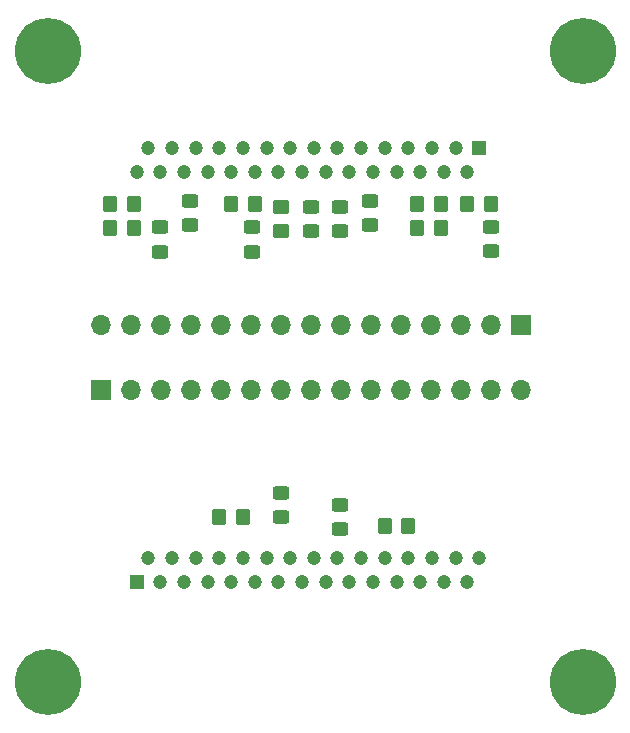
<source format=gbr>
%TF.GenerationSoftware,KiCad,Pcbnew,8.0.9-8.0.9-0~ubuntu20.04.1*%
%TF.CreationDate,2025-08-05T19:54:57+10:00*%
%TF.ProjectId,glowforge-psu-breakout,676c6f77-666f-4726-9765-2d7073752d62,rev?*%
%TF.SameCoordinates,Original*%
%TF.FileFunction,Soldermask,Top*%
%TF.FilePolarity,Negative*%
%FSLAX46Y46*%
G04 Gerber Fmt 4.6, Leading zero omitted, Abs format (unit mm)*
G04 Created by KiCad (PCBNEW 8.0.9-8.0.9-0~ubuntu20.04.1) date 2025-08-05 19:54:57*
%MOMM*%
%LPD*%
G01*
G04 APERTURE LIST*
G04 Aperture macros list*
%AMRoundRect*
0 Rectangle with rounded corners*
0 $1 Rounding radius*
0 $2 $3 $4 $5 $6 $7 $8 $9 X,Y pos of 4 corners*
0 Add a 4 corners polygon primitive as box body*
4,1,4,$2,$3,$4,$5,$6,$7,$8,$9,$2,$3,0*
0 Add four circle primitives for the rounded corners*
1,1,$1+$1,$2,$3*
1,1,$1+$1,$4,$5*
1,1,$1+$1,$6,$7*
1,1,$1+$1,$8,$9*
0 Add four rect primitives between the rounded corners*
20,1,$1+$1,$2,$3,$4,$5,0*
20,1,$1+$1,$4,$5,$6,$7,0*
20,1,$1+$1,$6,$7,$8,$9,0*
20,1,$1+$1,$8,$9,$2,$3,0*%
G04 Aperture macros list end*
%ADD10R,1.700000X1.700000*%
%ADD11O,1.700000X1.700000*%
%ADD12RoundRect,0.250000X-0.350000X-0.450000X0.350000X-0.450000X0.350000X0.450000X-0.350000X0.450000X0*%
%ADD13C,3.600000*%
%ADD14C,5.600000*%
%ADD15RoundRect,0.250000X0.450000X-0.350000X0.450000X0.350000X-0.450000X0.350000X-0.450000X-0.350000X0*%
%ADD16R,1.200000X1.200000*%
%ADD17C,1.200000*%
%ADD18RoundRect,0.250000X-0.450000X0.325000X-0.450000X-0.325000X0.450000X-0.325000X0.450000X0.325000X0*%
%ADD19RoundRect,0.250000X0.350000X0.450000X-0.350000X0.450000X-0.350000X-0.450000X0.350000X-0.450000X0*%
%ADD20RoundRect,0.250000X0.450000X-0.325000X0.450000X0.325000X-0.450000X0.325000X-0.450000X-0.325000X0*%
G04 APERTURE END LIST*
D10*
%TO.C,J2*%
X178540000Y-90750000D03*
D11*
X176000000Y-90750000D03*
X173460000Y-90750000D03*
X170920000Y-90750000D03*
X168380000Y-90750000D03*
X165840000Y-90750000D03*
X163300000Y-90750000D03*
X160760000Y-90750000D03*
X158220000Y-90750000D03*
X155680000Y-90750000D03*
X153140000Y-90750000D03*
X150600000Y-90750000D03*
X148060000Y-90750000D03*
X145520000Y-90750000D03*
X142980000Y-90750000D03*
%TD*%
D10*
%TO.C,J3*%
X142940000Y-96250000D03*
D11*
X145480000Y-96250000D03*
X148020000Y-96250000D03*
X150560000Y-96250000D03*
X153100000Y-96250000D03*
X155640000Y-96250000D03*
X158180000Y-96250000D03*
X160720000Y-96250000D03*
X163260000Y-96250000D03*
X165800000Y-96250000D03*
X168340000Y-96250000D03*
X170880000Y-96250000D03*
X173420000Y-96250000D03*
X175960000Y-96250000D03*
X178500000Y-96250000D03*
%TD*%
D12*
%TO.C,R9*%
X167000000Y-107750000D03*
X169000000Y-107750000D03*
%TD*%
D13*
%TO.C,H3*%
X138500000Y-121000000D03*
D14*
X138500000Y-121000000D03*
%TD*%
D15*
%TO.C,R6*%
X158250000Y-82750000D03*
X158250000Y-80750000D03*
%TD*%
D12*
%TO.C,R8*%
X169750000Y-82500000D03*
X171750000Y-82500000D03*
%TD*%
D13*
%TO.C,H4*%
X183750000Y-121000000D03*
D14*
X183750000Y-121000000D03*
%TD*%
D16*
%TO.C,J4*%
X146000000Y-112500000D03*
D17*
X147000000Y-110500000D03*
X148000000Y-112500000D03*
X149000000Y-110500000D03*
X150000000Y-112500000D03*
X151000000Y-110500000D03*
X152000000Y-112500000D03*
X153000000Y-110500000D03*
X154000000Y-112500000D03*
X155000000Y-110500000D03*
X156000000Y-112500000D03*
X157000000Y-110500000D03*
X158000000Y-112500000D03*
X159000000Y-110500000D03*
X160000000Y-112500000D03*
X161000000Y-110500000D03*
X162000000Y-112500000D03*
X163000000Y-110500000D03*
X164000000Y-112500000D03*
X165000000Y-110500000D03*
X166000000Y-112500000D03*
X167000000Y-110500000D03*
X168000000Y-112500000D03*
X169000000Y-110500000D03*
X170000000Y-112500000D03*
X171000000Y-110500000D03*
X172000000Y-112500000D03*
X173000000Y-110500000D03*
X174000000Y-112500000D03*
X175000000Y-110500000D03*
%TD*%
D18*
%TO.C,D1*%
X176000000Y-82450000D03*
X176000000Y-84500000D03*
%TD*%
D19*
%TO.C,R3*%
X156000000Y-80500000D03*
X154000000Y-80500000D03*
%TD*%
D13*
%TO.C,H2*%
X138500000Y-67500000D03*
D14*
X138500000Y-67500000D03*
%TD*%
D18*
%TO.C,D6*%
X160750000Y-80725000D03*
X160750000Y-82775000D03*
%TD*%
%TO.C,D8*%
X165750000Y-80225000D03*
X165750000Y-82275000D03*
%TD*%
%TO.C,D7*%
X163250000Y-80725000D03*
X163250000Y-82775000D03*
%TD*%
D16*
%TO.C,J1*%
X175000000Y-75750000D03*
D17*
X174000000Y-77750000D03*
X173000000Y-75750000D03*
X172000000Y-77750000D03*
X171000000Y-75750000D03*
X170000000Y-77750000D03*
X169000000Y-75750000D03*
X168000000Y-77750000D03*
X167000000Y-75750000D03*
X166000000Y-77750000D03*
X165000000Y-75750000D03*
X164000000Y-77750000D03*
X163000000Y-75750000D03*
X162000000Y-77750000D03*
X161000000Y-75750000D03*
X160000000Y-77750000D03*
X159000000Y-75750000D03*
X158000000Y-77750000D03*
X157000000Y-75750000D03*
X156000000Y-77750000D03*
X155000000Y-75750000D03*
X154000000Y-77750000D03*
X153000000Y-75750000D03*
X152000000Y-77750000D03*
X151000000Y-75750000D03*
X150000000Y-77750000D03*
X149000000Y-75750000D03*
X148000000Y-77750000D03*
X147000000Y-75750000D03*
X146000000Y-77750000D03*
%TD*%
D18*
%TO.C,D2*%
X155750000Y-82475000D03*
X155750000Y-84525000D03*
%TD*%
D20*
%TO.C,D3*%
X158250000Y-107000000D03*
X158250000Y-104950000D03*
%TD*%
D19*
%TO.C,R4*%
X145750000Y-80500000D03*
X143750000Y-80500000D03*
%TD*%
D13*
%TO.C,H1*%
X183750000Y-67500000D03*
D14*
X183750000Y-67500000D03*
%TD*%
D19*
%TO.C,R1*%
X176000000Y-80500000D03*
X174000000Y-80500000D03*
%TD*%
D12*
%TO.C,R7*%
X169750000Y-80500000D03*
X171750000Y-80500000D03*
%TD*%
D18*
%TO.C,D4*%
X150500000Y-80225000D03*
X150500000Y-82275000D03*
%TD*%
D20*
%TO.C,D9*%
X163250000Y-108000000D03*
X163250000Y-105950000D03*
%TD*%
D19*
%TO.C,R5*%
X145750000Y-82500000D03*
X143750000Y-82500000D03*
%TD*%
D18*
%TO.C,D5*%
X148000000Y-82475000D03*
X148000000Y-84525000D03*
%TD*%
D19*
%TO.C,R2*%
X155000000Y-107000000D03*
X153000000Y-107000000D03*
%TD*%
M02*

</source>
